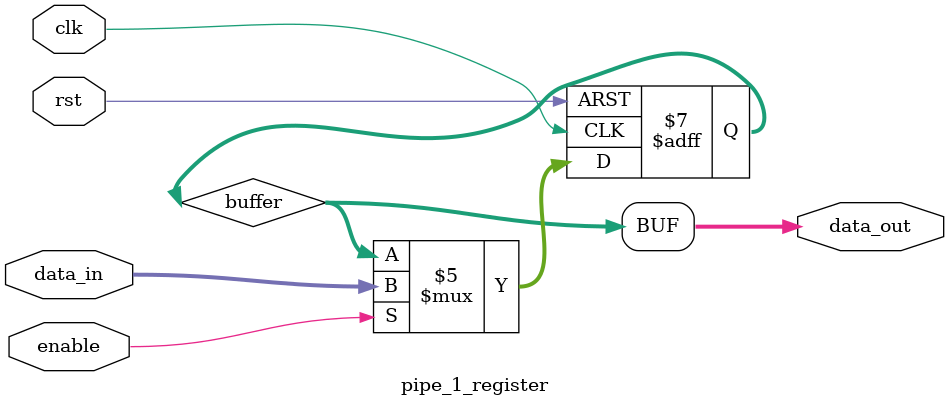
<source format=v>
module input_buffer(clk, rst, enable, data_in, data_out);
  parameter DATA_WIDTH = 32;
  parameter DEPTH = 48;
  
  input clk;
  input rst;
  input enable;
  input [DATA_WIDTH-1:0] data_in;
  output [DEPTH*DATA_WIDTH-1:0] data_out;

  reg [DATA_WIDTH-1:0] buffer [0:DEPTH-1];

  integer i;
  always @(posedge clk or negedge rst) begin
    if (!rst) begin
        for (i = 0; i < DEPTH; i = i + 1) begin
          buffer[i] <= 0;
        end
    end else if (enable) begin
        for (i = 0; i < DEPTH-1; i = i + 1) begin
          buffer[i] <= buffer[i+1];
        end
        buffer[DEPTH-1] <= data_in;
    end
  end


  generate
    genvar idx;
    for (idx = 0; idx < DEPTH; idx = idx + 1) begin : load_buffer
        assign data_out[idx*DATA_WIDTH+DATA_WIDTH-1:idx*DATA_WIDTH] = buffer[idx];
    end
  endgenerate



endmodule


module pipe_1_register(clk, rst, enable, data_in, data_out);
  parameter DATA_WIDTH = 32;
  parameter DEPTH = 48;
  
  input clk;
  input rst;
  input enable;
  input [DEPTH*DATA_WIDTH-1:0] data_in;
  output [DEPTH*DATA_WIDTH-1:0] data_out;

  reg [DEPTH*DATA_WIDTH-1:0] buffer ;

  always @(posedge clk or negedge rst) begin
    if (!rst) begin
        buffer <= 0;
    end else if (enable) begin
        buffer <= data_in;
    end
  end

  assign data_out = buffer;


endmodule
</source>
